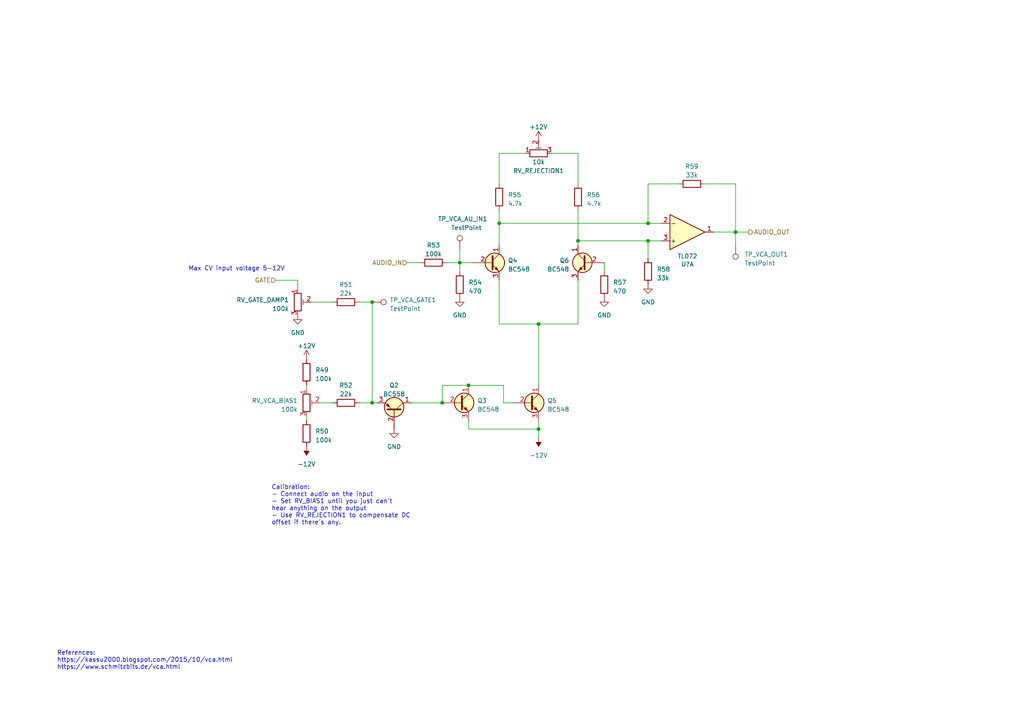
<source format=kicad_sch>
(kicad_sch (version 20230121) (generator eeschema)
  (paper "A4")
  (title_block (title "Discrete linear VCA") (company "Shmøergh") (comment 2 "Based on Rene Schmitz's VCA2"))
  (lib_symbols
    (symbol "+12V_1" (power) (pin_names (offset 0))
      (property "Value" "+12V_1" (at 0 3.556 0))
      (symbol "+12V_1_0_1"
        (polyline (pts (xy -0.762 1.27) (xy 0 2.54)))
        (polyline (pts (xy 0 0) (xy 0 2.54)))
        (polyline (pts (xy 0 2.54) (xy 0.762 1.27)))
      )
      (symbol "+12V_1_1_1"
        (pin power_in line (at 0 0 90) (length 0) hide (name "+12V") (number "1"))
      )
    )
    (symbol "+12V_2" (power) (pin_names (offset 0))
      (property "Value" "+12V_2" (at 0 3.556 0))
      (symbol "+12V_2_0_1"
        (polyline (pts (xy -0.762 1.27) (xy 0 2.54)))
        (polyline (pts (xy 0 0) (xy 0 2.54)))
        (polyline (pts (xy 0 2.54) (xy 0.762 1.27)))
      )
      (symbol "+12V_2_1_1"
        (pin power_in line (at 0 0 90) (length 0) hide (name "+12V") (number "1"))
      )
    )
    (symbol "-12V_1" (power) (pin_names (offset 0))
      (property "Value" "-12V_1" (at 0 3.81 0))
      (symbol "-12V_1_0_0"
        (pin power_in line (at 0 0 90) (length 0) hide (name "-12V") (number "1"))
      )
      (symbol "-12V_1_0_1"
        (polyline (pts (xy 0 0) (xy 0 1.27) (xy 0.762 1.27) (xy 0 2.54) (xy -0.762 1.27) (xy 0 1.27)) (fill (type outline)))
      )
    )
    (symbol "-12V_2" (power) (pin_names (offset 0))
      (property "Value" "-12V_2" (at 0 3.81 0))
      (symbol "-12V_2_0_0"
        (pin power_in line (at 0 0 90) (length 0) hide (name "-12V") (number "1"))
      )
      (symbol "-12V_2_0_1"
        (polyline (pts (xy 0 0) (xy 0 1.27) (xy 0.762 1.27) (xy 0 2.54) (xy -0.762 1.27) (xy 0 1.27)) (fill (type outline)))
      )
    )
    (symbol "Amplifier_Operational:TL072" (pin_names (offset 0.127))
      (property "Reference" "U" (at 0 5.08 0))
      (property "Value" "TL072" (at 0 -5.08 0))
      (symbol "TL072_1_1"
        (polyline (pts (xy -5.08 5.08) (xy 5.08 0) (xy -5.08 -5.08) (xy -5.08 5.08)) (stroke (width 0.254)) (fill (type background)))
        (pin output line (at 7.62 0 180) (length 2.54) (name "~") (number "1"))
        (pin input line (at -7.62 -2.54 0) (length 2.54) (name "-") (number "2"))
        (pin input line (at -7.62 2.54 0) (length 2.54) (name "+") (number "3"))
      )
      (symbol "TL072_2_1"
        (polyline (pts (xy -5.08 5.08) (xy 5.08 0) (xy -5.08 -5.08) (xy -5.08 5.08)) (stroke (width 0.254)) (fill (type background)))
        (pin input line (at -7.62 2.54 0) (length 2.54) (name "+") (number "5"))
        (pin input line (at -7.62 -2.54 0) (length 2.54) (name "-") (number "6"))
        (pin output line (at 7.62 0 180) (length 2.54) (name "~") (number "7"))
      )
      (symbol "TL072_3_1"
        (pin power_in line (at -2.54 -7.62 90) (length 3.81) (name "V-") (number "4"))
        (pin power_in line (at -2.54 7.62 270) (length 3.81) (name "V+") (number "8"))
      )
    )
    (symbol "Connector:TestPoint" (pin_numbers hide) (pin_names (offset 0.762) hide)
      (property "Reference" "TP" (at 0 6.858 0))
      (property "Value" "TestPoint" (at 0 5.08 0))
      (symbol "TestPoint_0_1"
        (circle (center 0 3.302) (radius 0.762))
      )
      (symbol "TestPoint_1_1"
        (pin passive line (at 0 0 90) (length 2.54) (name "1") (number "1"))
      )
    )
    (symbol "Device:R" (pin_numbers hide) (pin_names (offset 0))
      (property "Reference" "R" (at 2.032 0 90))
      (property "Value" "R" (at 0 0 90))
      (symbol "R_0_1"
        (rectangle (start -1.016 -2.54) (end 1.016 2.54) (stroke (width 0.254)))
      )
      (symbol "R_1_1"
        (pin passive line (at 0 3.81 270) (length 1.27) (name "~") (number "1"))
        (pin passive line (at 0 -3.81 90) (length 1.27) (name "~") (number "2"))
      )
    )
    (symbol "Device:R_Potentiometer_Trim" (pin_names (offset 1.016) hide)
      (property "Reference" "RV" (at -4.445 0 90))
      (property "Value" "R_Potentiometer_Trim" (at -2.54 0 90))
      (symbol "R_Potentiometer_Trim_0_1"
        (polyline (pts (xy 1.524 0.762) (xy 1.524 -0.762)))
        (polyline (pts (xy 2.54 0) (xy 1.524 0)))
        (rectangle (start 1.016 2.54) (end -1.016 -2.54) (stroke (width 0.254)))
      )
      (symbol "R_Potentiometer_Trim_1_1"
        (pin passive line (at 0 3.81 270) (length 1.27) (name "1") (number "1"))
        (pin passive line (at 3.81 0 180) (length 1.27) (name "2") (number "2"))
        (pin passive line (at 0 -3.81 90) (length 1.27) (name "3") (number "3"))
      )
    )
    (symbol "GND_1" (power) (pin_names (offset 0))
      (property "Value" "GND_1" (at 0 -3.81 0))
      (symbol "GND_1_0_1"
        (polyline (pts (xy 0 0) (xy 0 -1.27) (xy 1.27 -1.27) (xy 0 -2.54) (xy -1.27 -1.27) (xy 0 -1.27)))
      )
      (symbol "GND_1_1_1"
        (pin power_in line (at 0 0 270) (length 0) hide (name "GND") (number "1"))
      )
    )
    (symbol "GND_2" (power) (pin_names (offset 0))
      (property "Value" "GND_2" (at 0 -3.81 0))
      (symbol "GND_2_0_1"
        (polyline (pts (xy 0 0) (xy 0 -1.27) (xy 1.27 -1.27) (xy 0 -2.54) (xy -1.27 -1.27) (xy 0 -1.27)))
      )
      (symbol "GND_2_1_1"
        (pin power_in line (at 0 0 270) (length 0) hide (name "GND") (number "1"))
      )
    )
    (symbol "GND_3" (power) (pin_names (offset 0))
      (property "Value" "GND_3" (at 0 -3.81 0))
      (symbol "GND_3_0_1"
        (polyline (pts (xy 0 0) (xy 0 -1.27) (xy 1.27 -1.27) (xy 0 -2.54) (xy -1.27 -1.27) (xy 0 -1.27)))
      )
      (symbol "GND_3_1_1"
        (pin power_in line (at 0 0 270) (length 0) hide (name "GND") (number "1"))
      )
    )
    (symbol "GND_4" (power) (pin_names (offset 0))
      (property "Value" "GND_4" (at 0 -3.81 0))
      (symbol "GND_4_0_1"
        (polyline (pts (xy 0 0) (xy 0 -1.27) (xy 1.27 -1.27) (xy 0 -2.54) (xy -1.27 -1.27) (xy 0 -1.27)))
      )
      (symbol "GND_4_1_1"
        (pin power_in line (at 0 0 270) (length 0) hide (name "GND") (number "1"))
      )
    )
    (symbol "PCM_Transistor_BJT_AKL:BC548" (pin_names hide)
      (property "Reference" "Q" (at 5.08 1.27 0))
      (property "Value" "BC548" (at 5.08 -1.27 0))
      (symbol "BC548_0_1"
        (polyline (pts (xy 0.635 0.635) (xy 2.54 2.54)))
        (polyline (pts (xy 0.635 -0.635) (xy 2.54 -2.54) (xy 2.54 -2.54)))
        (polyline (pts (xy 0.635 1.905) (xy 0.635 -1.905) (xy 0.635 -1.905)) (stroke (width 0.508)))
        (polyline (pts (xy 1.27 -1.778) (xy 1.778 -1.27) (xy 2.286 -2.286) (xy 1.27 -1.778) (xy 1.27 -1.778)) (fill (type outline)))
        (circle (center 1.27 0) (radius 2.8194) (stroke (width 0.254)) (fill (type background)))
      )
      (symbol "BC548_1_1"
        (pin passive line (at 2.54 5.08 270) (length 2.54) (name "C") (number "1"))
        (pin input line (at -5.08 0 0) (length 5.715) (name "B") (number "2"))
        (pin passive line (at 2.54 -5.08 90) (length 2.54) (name "E") (number "3"))
      )
    )
    (symbol "PCM_Transistor_BJT_AKL:BC558" (pin_names hide)
      (property "Reference" "Q" (at 5.08 1.27 0))
      (property "Value" "BC558" (at 5.08 -1.27 0))
      (symbol "BC558_0_1"
        (polyline (pts (xy 0.635 -0.635) (xy 2.54 -2.54)))
        (polyline (pts (xy 0.635 -1.905) (xy 0.635 1.905) (xy 0.635 1.905)) (stroke (width 0.508)))
        (polyline (pts (xy 0.635 0.635) (xy 2.54 2.54) (xy 2.54 2.54)))
        (polyline (pts (xy 2.286 1.778) (xy 1.778 2.286) (xy 1.27 1.27) (xy 2.286 1.778) (xy 2.286 1.778)) (fill (type outline)))
        (circle (center 1.27 0) (radius 2.8194) (stroke (width 0.254)) (fill (type background)))
      )
      (symbol "BC558_1_1"
        (pin passive line (at 2.54 -5.08 90) (length 2.54) (name "C") (number "1"))
        (pin input line (at -5.08 0 0) (length 5.715) (name "B") (number "2"))
        (pin passive line (at 2.54 5.08 270) (length 2.54) (name "E") (number "3"))
      )
    )
    (symbol "power:GND" (power) (pin_names (offset 0))
      (property "Value" "GND" (at 0 -3.81 0))
      (symbol "GND_0_1"
        (polyline (pts (xy 0 0) (xy 0 -1.27) (xy 1.27 -1.27) (xy 0 -2.54) (xy -1.27 -1.27) (xy 0 -1.27)))
      )
      (symbol "GND_1_1"
        (pin power_in line (at 0 0 270) (length 0) hide (name "GND") (number "1"))
      )
    )
  )
  (junction (at 187.96 64.77))
  (junction (at 213.36 67.31))
  (junction (at 187.96 69.85))
  (junction (at 107.95 116.84))
  (junction (at 144.78 64.77))
  (junction (at 167.64 69.85))
  (junction (at 107.95 87.63))
  (junction (at 128.27 116.84))
  (junction (at 156.21 124.46))
  (junction (at 135.89 111.76))
  (junction (at 133.35 76.2))
  (junction (at 156.21 93.98))
  (wire (pts (xy 167.64 69.85) (xy 167.64 71.12)))
  (wire (pts (xy 119.38 116.84) (xy 128.27 116.84)))
  (wire (pts (xy 135.89 124.46) (xy 156.21 124.46)))
  (wire (pts (xy 137.16 76.2) (xy 133.35 76.2)))
  (wire (pts (xy 156.21 121.92) (xy 156.21 124.46)))
  (wire (pts (xy 144.78 64.77) (xy 187.96 64.77)))
  (wire (pts (xy 196.85 53.34) (xy 187.96 53.34)))
  (wire (pts (xy 146.05 111.76) (xy 146.05 116.84)))
  (wire (pts (xy 187.96 53.34) (xy 187.96 64.77)))
  (wire (pts (xy 144.78 44.45) (xy 144.78 53.34)))
  (wire (pts (xy 86.36 81.28) (xy 86.36 83.82)))
  (wire (pts (xy 144.78 64.77) (xy 144.78 71.12)))
  (wire (pts (xy 135.89 111.76) (xy 146.05 111.76)))
  (wire (pts (xy 167.64 81.28) (xy 167.64 93.98)))
  (wire (pts (xy 213.36 67.31) (xy 217.17 67.31)))
  (wire (pts (xy 204.47 53.34) (xy 213.36 53.34)))
  (wire (pts (xy 144.78 93.98) (xy 156.21 93.98)))
  (wire (pts (xy 107.95 87.63) (xy 107.95 116.84)))
  (wire (pts (xy 213.36 67.31) (xy 207.01 67.31)))
  (wire (pts (xy 104.14 116.84) (xy 107.95 116.84)))
  (wire (pts (xy 213.36 67.31) (xy 213.36 71.12)))
  (wire (pts (xy 129.54 76.2) (xy 133.35 76.2)))
  (wire (pts (xy 88.9 111.76) (xy 88.9 113.03)))
  (wire (pts (xy 156.21 93.98) (xy 156.21 111.76)))
  (wire (pts (xy 80.01 81.28) (xy 86.36 81.28)))
  (wire (pts (xy 187.96 64.77) (xy 191.77 64.77)))
  (wire (pts (xy 156.21 124.46) (xy 156.21 127)))
  (wire (pts (xy 187.96 69.85) (xy 187.96 74.93)))
  (wire (pts (xy 118.11 76.2) (xy 121.92 76.2)))
  (wire (pts (xy 144.78 60.96) (xy 144.78 64.77)))
  (wire (pts (xy 133.35 72.39) (xy 133.35 76.2)))
  (wire (pts (xy 133.35 76.2) (xy 133.35 78.74)))
  (wire (pts (xy 88.9 120.65) (xy 88.9 121.92)))
  (wire (pts (xy 107.95 116.84) (xy 109.22 116.84)))
  (wire (pts (xy 187.96 69.85) (xy 191.77 69.85)))
  (wire (pts (xy 128.27 111.76) (xy 128.27 116.84)))
  (wire (pts (xy 152.4 44.45) (xy 144.78 44.45)))
  (wire (pts (xy 146.05 116.84) (xy 148.59 116.84)))
  (wire (pts (xy 144.78 81.28) (xy 144.78 93.98)))
  (wire (pts (xy 167.64 44.45) (xy 167.64 53.34)))
  (wire (pts (xy 90.17 87.63) (xy 96.52 87.63)))
  (wire (pts (xy 160.02 44.45) (xy 167.64 44.45)))
  (wire (pts (xy 167.64 93.98) (xy 156.21 93.98)))
  (wire (pts (xy 213.36 53.34) (xy 213.36 67.31)))
  (wire (pts (xy 135.89 111.76) (xy 128.27 111.76)))
  (wire (pts (xy 92.71 116.84) (xy 96.52 116.84)))
  (wire (pts (xy 167.64 60.96) (xy 167.64 69.85)))
  (wire (pts (xy 135.89 121.92) (xy 135.89 124.46)))
  (wire (pts (xy 104.14 87.63) (xy 107.95 87.63)))
  (wire (pts (xy 175.26 76.2) (xy 175.26 78.74)))
  (wire (pts (xy 167.64 69.85) (xy 187.96 69.85)))
  (text "References:\nhttps://kassu2000.blogspot.com/2015/10/vca.html\nhttps://www.schmitzbits.de/vca.html" (at 16.51 194.31 0) (effects (font (size 1.27 1.27)) (justify left bottom)))
  (text "Max CV input voltage 5-12V" (at 54.61 78.74 0) (effects (font (size 1.27 1.27)) (justify left bottom)))
  (text "Calibration:\n- Connect audio on the input\n- Set RV_BIAS1 until you just can't \nhear anything on the output\n- Use RV_REJECTION1 to compensate DC\noffset if there's any." (at 78.74 152.4 0) (effects (font (size 1.27 1.27)) (justify left bottom)))
  (hierarchical_label "AUDIO_IN" (shape input) (at 118.11 76.2 180))
  (hierarchical_label "GATE" (shape input) (at 80.01 81.28 180))
  (hierarchical_label "AUDIO_OUT" (shape output) (at 217.17 67.31 0))
  (symbol (lib_id "Connector:TestPoint") (at 107.95 87.63 270) (unit 1)
    (property "Reference" "TP_VCA_GATE1" (at 113.03 86.995 90) (effects (justify left)))
    (property "Value" "TestPoint" (at 113.03 89.535 90) (effects (justify left)))
    (property "Footprint" "TestPoint:TestPoint_THTPad_D2.0mm_Drill1.0mm" (effects hide))
  )
  (symbol (lib_name "+12V_1") (lib_id "power:+12V") (at 156.21 40.64 0) (unit 1)
    (property "Reference" "#PWR0110" (effects hide))
    (property "Value" "+12V" (at 156.21 36.83 0))
  )
  (symbol (lib_id "Connector:TestPoint") (at 133.35 72.39 0) (unit 1)
    (property "Reference" "TP_VCA_AU_IN1" (at 127 63.5 0) (effects (justify left)))
    (property "Value" "TestPoint" (at 130.81 66.04 0) (effects (justify left)))
    (property "Footprint" "TestPoint:TestPoint_THTPad_D2.0mm_Drill1.0mm" (effects hide))
  )
  (symbol (lib_name "GND_1") (lib_id "power:GND") (at 114.3 124.46 0) (unit 1)
    (property "Reference" "#PWR0108" (effects hide))
    (property "Value" "GND" (at 114.3 129.54 0))
  )
  (symbol (lib_id "PCM_Transistor_BJT_AKL:BC548") (at 142.24 76.2 0) (unit 1)
    (property "Reference" "Q4" (at 147.32 75.565 0) (effects (justify left)))
    (property "Value" "BC548" (at 147.32 78.105 0) (effects (justify left)))
    (property "Footprint" "PCM_Package_TO_SOT_THT_AKL:TO-92_Inline_Wide" (effects hide))
    (property "Datasheet" "https://www.tme.eu/Document/6c5d898a533a0762c2bc33eb26c283a8/BC546-550-DTE.pdf" (effects hide))
  )
  (symbol (lib_id "Device:R_Potentiometer_Trim") (at 156.21 44.45 90) (unit 1)
    (property "Reference" "RV_REJECTION1" (at 156.21 49.53 90))
    (property "Value" "10k" (at 156.21 46.99 90))
    (property "Footprint" "Potentiometer_THT:Potentiometer_Bourns_3296W_Vertical" (effects hide))
  )
  (symbol (lib_id "Device:R_Potentiometer_Trim") (at 88.9 116.84 0) (unit 1)
    (property "Reference" "RV_VCA_BIAS1" (at 86.36 116.205 0) (effects (justify right)))
    (property "Value" "100k" (at 86.36 118.745 0) (effects (justify right)))
    (property "Footprint" "Potentiometer_THT:Potentiometer_Runtron_RM-065_Vertical" (effects hide))
  )
  (symbol (lib_id "Device:R_Potentiometer_Trim") (at 86.36 87.63 0) (unit 1)
    (property "Reference" "RV_GATE_DAMP1" (at 83.82 86.995 0) (effects (justify right)))
    (property "Value" "100k" (at 83.82 89.535 0) (effects (justify right)))
    (property "Footprint" "Potentiometer_THT:Potentiometer_Runtron_RM-065_Vertical" (effects hide))
  )
  (symbol (lib_id "Device:R") (at 187.96 78.74 180) (unit 1)
    (property "Reference" "R58" (at 190.5 78.105 0) (effects (justify right)))
    (property "Value" "33k" (at 190.5 80.645 0) (effects (justify right)))
    (property "Footprint" "Shmoergh_Custom_Footprints:R_Axial_DIN0207_L6.3mm_D2.5mm_P7.62mm_Horizontal" (effects hide))
  )
  (symbol (lib_id "Connector:TestPoint") (at 213.36 71.12 180) (unit 1)
    (property "Reference" "TP_VCA_OUT1" (at 215.9 73.787 0) (effects (justify right)))
    (property "Value" "TestPoint" (at 215.9 76.327 0) (effects (justify right)))
    (property "Footprint" "TestPoint:TestPoint_THTPad_D2.0mm_Drill1.0mm" (effects hide))
  )
  (symbol (lib_id "PCM_Transistor_BJT_AKL:BC548") (at 153.67 116.84 0) (unit 1)
    (property "Reference" "Q5" (at 158.75 116.205 0) (effects (justify left)))
    (property "Value" "BC548" (at 158.75 118.745 0) (effects (justify left)))
    (property "Footprint" "PCM_Package_TO_SOT_THT_AKL:TO-92_Inline_Wide" (effects hide))
    (property "Datasheet" "https://www.tme.eu/Document/6c5d898a533a0762c2bc33eb26c283a8/BC546-550-DTE.pdf" (effects hide))
  )
  (symbol (lib_name "GND_3") (lib_id "power:GND") (at 187.96 82.55 0) (unit 1)
    (property "Reference" "#PWR0113" (effects hide))
    (property "Value" "GND" (at 187.96 87.63 0))
  )
  (symbol (lib_name "-12V_1") (lib_id "power:-12V") (at 156.21 127 180) (unit 1)
    (property "Reference" "#PWR0111" (effects hide))
    (property "Value" "-12V" (at 156.21 132.08 0))
  )
  (symbol (lib_id "Device:R") (at 175.26 82.55 0) (unit 1)
    (property "Reference" "R57" (at 177.8 81.915 0) (effects (justify left)))
    (property "Value" "470" (at 177.8 84.455 0) (effects (justify left)))
    (property "Footprint" "Shmoergh_Custom_Footprints:R_Axial_DIN0207_L6.3mm_D2.5mm_P7.62mm_Horizontal" (effects hide))
  )
  (symbol (lib_id "PCM_Transistor_BJT_AKL:BC548") (at 133.35 116.84 0) (unit 1)
    (property "Reference" "Q3" (at 138.43 116.205 0) (effects (justify left)))
    (property "Value" "BC548" (at 138.43 118.745 0) (effects (justify left)))
    (property "Footprint" "PCM_Package_TO_SOT_THT_AKL:TO-92_Inline_Wide" (effects hide))
    (property "Datasheet" "https://www.tme.eu/Document/6c5d898a533a0762c2bc33eb26c283a8/BC546-550-DTE.pdf" (effects hide))
  )
  (symbol (lib_id "Device:R") (at 100.33 87.63 90) (unit 1)
    (property "Reference" "R51" (at 100.33 82.55 90))
    (property "Value" "22k" (at 100.33 85.09 90))
    (property "Footprint" "Shmoergh_Custom_Footprints:R_Axial_DIN0207_L6.3mm_D2.5mm_P7.62mm_Horizontal" (effects hide))
  )
  (symbol (lib_id "PCM_Transistor_BJT_AKL:BC558") (at 114.3 119.38 90) (unit 1)
    (property "Reference" "Q2" (at 114.3 111.76 90))
    (property "Value" "BC558" (at 114.3 114.3 90))
    (property "Footprint" "PCM_Package_TO_SOT_THT_AKL:TO-92_Inline_Wide" (effects hide))
    (property "Datasheet" "https://www.tme.eu/Document/19c3b49670dc51eab7374dcc2c4f9200/BC556-BC560.pdf" (effects hide))
  )
  (symbol (lib_name "GND_2") (lib_id "power:GND") (at 133.35 86.36 0) (unit 1)
    (property "Reference" "#PWR0109" (effects hide))
    (property "Value" "GND" (at 133.35 91.44 0))
  )
  (symbol (lib_name "-12V_2") (lib_id "power:-12V") (at 88.9 129.54 180) (unit 1)
    (property "Reference" "#PWR0107" (effects hide))
    (property "Value" "-12V" (at 88.9 134.62 0))
  )
  (symbol (lib_id "Device:R") (at 88.9 107.95 0) (unit 1)
    (property "Reference" "R49" (at 91.44 107.315 0) (effects (justify left)))
    (property "Value" "100k" (at 91.44 109.855 0) (effects (justify left)))
    (property "Footprint" "Shmoergh_Custom_Footprints:R_Axial_DIN0207_L6.3mm_D2.5mm_P7.62mm_Horizontal" (effects hide))
  )
  (symbol (lib_name "+12V_2") (lib_id "power:+12V") (at 88.9 104.14 0) (unit 1)
    (property "Reference" "#PWR0106" (effects hide))
    (property "Value" "+12V" (at 88.9 100.33 0))
  )
  (symbol (lib_id "Device:R") (at 133.35 82.55 0) (unit 1)
    (property "Reference" "R54" (at 135.89 81.915 0) (effects (justify left)))
    (property "Value" "470" (at 135.89 84.455 0) (effects (justify left)))
    (property "Footprint" "Shmoergh_Custom_Footprints:R_Axial_DIN0207_L6.3mm_D2.5mm_P7.62mm_Horizontal" (effects hide))
  )
  (symbol (lib_id "Amplifier_Operational:TL072") (at 199.39 67.31 0) (mirror x) (unit 1)
    (property "Reference" "U?" (at 199.39 76.6318 0))
    (property "Value" "TL072" (at 199.39 74.3204 0))
    (property "Footprint" "PCM_Package_DIP_AKL:DIP-8_W7.62mm_LongPads" (effects hide))
    (property "Datasheet" "http://www.ti.com/lit/ds/symlink/tl071.pdf" (effects hide))
    (instances (project "shmoergh-funk-live-control" (path "" (reference "U?") (unit 1)) (path "" (reference "U8") (unit 1))) (project "hog-f1-control" (path "" (reference "U?") (unit 1))))
  )
  (symbol (lib_id "Device:R") (at 100.33 116.84 90) (unit 1)
    (property "Reference" "R52" (at 100.33 111.76 90))
    (property "Value" "22k" (at 100.33 114.3 90))
    (property "Footprint" "Shmoergh_Custom_Footprints:R_Axial_DIN0207_L6.3mm_D2.5mm_P7.62mm_Horizontal" (effects hide))
  )
  (symbol (lib_id "PCM_Transistor_BJT_AKL:BC548") (at 170.18 76.2 0) (mirror y) (unit 1)
    (property "Reference" "Q6" (at 165.1 75.565 0) (effects (justify left)))
    (property "Value" "BC548" (at 165.1 78.105 0) (effects (justify left)))
    (property "Footprint" "PCM_Package_TO_SOT_THT_AKL:TO-92_Inline_Wide" (effects hide))
    (property "Datasheet" "https://www.tme.eu/Document/6c5d898a533a0762c2bc33eb26c283a8/BC546-550-DTE.pdf" (effects hide))
  )
  (symbol (lib_id "Device:R") (at 167.64 57.15 180) (unit 1)
    (property "Reference" "R56" (at 170.18 56.515 0) (effects (justify right)))
    (property "Value" "4.7k" (at 170.18 59.055 0) (effects (justify right)))
    (property "Footprint" "Shmoergh_Custom_Footprints:R_Axial_DIN0207_L6.3mm_D2.5mm_P7.62mm_Horizontal" (effects hide))
  )
  (symbol (lib_id "Device:R") (at 144.78 57.15 180) (unit 1)
    (property "Reference" "R55" (at 147.32 56.515 0) (effects (justify right)))
    (property "Value" "4.7k" (at 147.32 59.055 0) (effects (justify right)))
    (property "Footprint" "Shmoergh_Custom_Footprints:R_Axial_DIN0207_L6.3mm_D2.5mm_P7.62mm_Horizontal" (effects hide))
  )
  (symbol (lib_id "Device:R") (at 88.9 125.73 0) (unit 1)
    (property "Reference" "R50" (at 91.44 125.095 0) (effects (justify left)))
    (property "Value" "100k" (at 91.44 127.635 0) (effects (justify left)))
    (property "Footprint" "Shmoergh_Custom_Footprints:R_Axial_DIN0207_L6.3mm_D2.5mm_P7.62mm_Horizontal" (effects hide))
  )
  (symbol (lib_id "power:GND") (at 86.36 91.44 0) (unit 1)
    (property "Reference" "#PWR0105" (effects hide))
    (property "Value" "GND" (at 86.36 96.52 0))
  )
  (symbol (lib_id "Device:R") (at 200.66 53.34 90) (unit 1)
    (property "Reference" "R59" (at 200.66 48.26 90))
    (property "Value" "33k" (at 200.66 50.8 90))
    (property "Footprint" "Shmoergh_Custom_Footprints:R_Axial_DIN0207_L6.3mm_D2.5mm_P7.62mm_Horizontal" (effects hide))
  )
  (symbol (lib_id "Device:R") (at 125.73 76.2 90) (unit 1)
    (property "Reference" "R53" (at 125.73 71.12 90))
    (property "Value" "100k" (at 125.73 73.66 90))
    (property "Footprint" "Shmoergh_Custom_Footprints:R_Axial_DIN0207_L6.3mm_D2.5mm_P7.62mm_Horizontal" (effects hide))
  )
  (symbol (lib_name "GND_4") (lib_id "power:GND") (at 175.26 86.36 0) (unit 1)
    (property "Reference" "#PWR0112" (effects hide))
    (property "Value" "GND" (at 175.26 91.44 0))
  )
)
</source>
